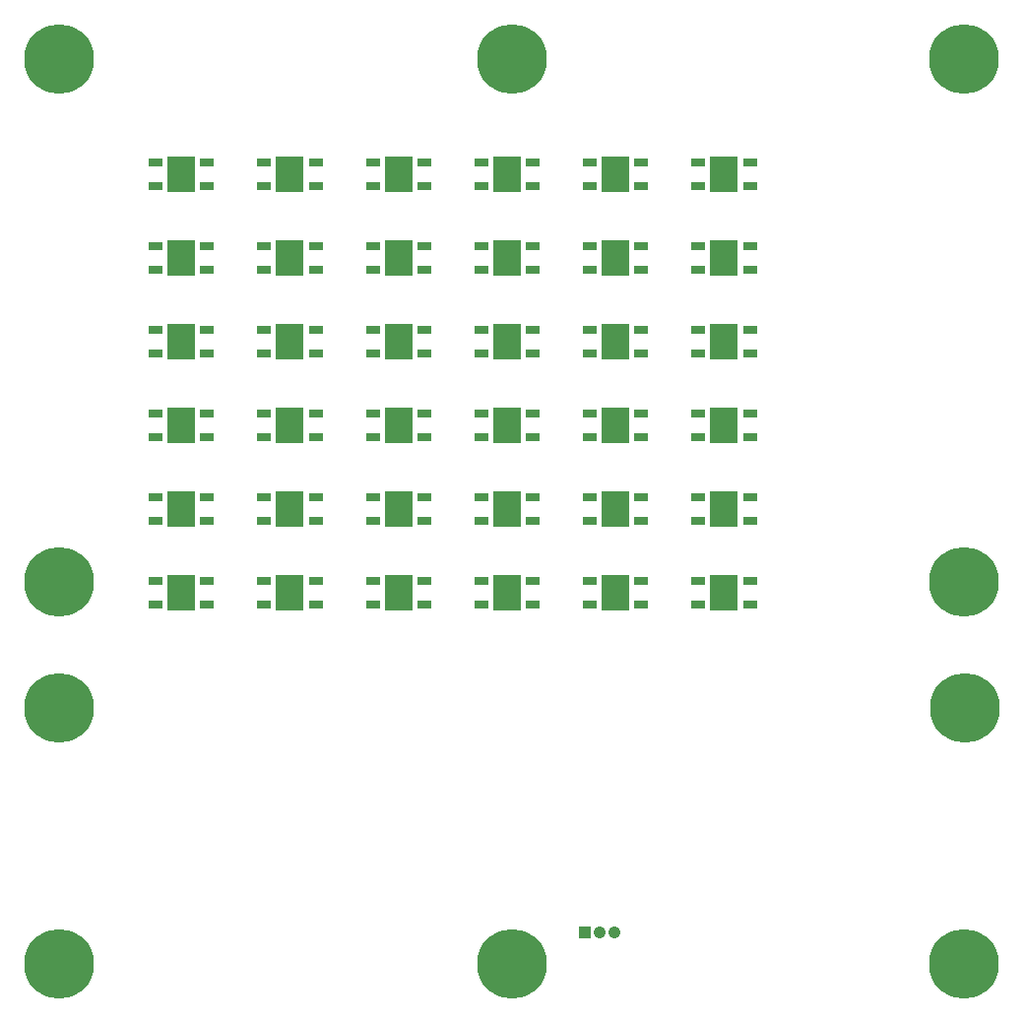
<source format=gbr>
G04*
G04 #@! TF.GenerationSoftware,Altium Limited,Altium Designer,24.1.2 (44)*
G04*
G04 Layer_Color=255*
%FSLAX44Y44*%
%MOMM*%
G71*
G04*
G04 #@! TF.SameCoordinates,F88D99D9-D94F-4082-AD48-053AE485F1D2*
G04*
G04*
G04 #@! TF.FilePolarity,Positive*
G04*
G01*
G75*
%ADD65C,0.8000*%
%ADD66C,6.0000*%
%ADD67R,1.0500X1.0500*%
%ADD68C,1.0500*%
%ADD72R,1.1938X0.7620*%
%ADD73R,2.4892X3.0988*%
D65*
X446120Y27252D02*
D03*
X416252Y14880D02*
D03*
X403880Y44748D02*
D03*
X433748Y57120D02*
D03*
X446120Y44748D02*
D03*
X433748Y14880D02*
D03*
X403880Y27252D02*
D03*
X416252Y57120D02*
D03*
X446120Y805252D02*
D03*
X416252Y792880D02*
D03*
X403880Y822748D02*
D03*
X433748Y835120D02*
D03*
X446120Y822748D02*
D03*
X433748Y792880D02*
D03*
X403880Y805252D02*
D03*
X416252Y835120D02*
D03*
X27252D02*
D03*
X14880Y805252D02*
D03*
X44748Y792880D02*
D03*
X57120Y822748D02*
D03*
X44748Y835120D02*
D03*
X14880Y822748D02*
D03*
X27252Y792880D02*
D03*
X57120Y805252D02*
D03*
X27252Y277120D02*
D03*
X14880Y247252D02*
D03*
X44748Y234880D02*
D03*
X57120Y264748D02*
D03*
X44748Y277120D02*
D03*
X14880Y264748D02*
D03*
X27252Y234880D02*
D03*
X57120Y247252D02*
D03*
X27252Y385120D02*
D03*
X14880Y355252D02*
D03*
X44748Y342880D02*
D03*
X57120Y372748D02*
D03*
X44748Y385120D02*
D03*
X14880Y372748D02*
D03*
X27252Y342880D02*
D03*
X57120Y355252D02*
D03*
X805729Y277120D02*
D03*
X793357Y247252D02*
D03*
X823225Y234880D02*
D03*
X835597Y264748D02*
D03*
X823225Y277120D02*
D03*
X793357Y264748D02*
D03*
X805729Y234880D02*
D03*
X835597Y247252D02*
D03*
X805252Y385120D02*
D03*
X792880Y355252D02*
D03*
X822748Y342880D02*
D03*
X835120Y372748D02*
D03*
X822748Y385120D02*
D03*
X792880Y372748D02*
D03*
X805252Y342880D02*
D03*
X835120Y355252D02*
D03*
X805252Y57120D02*
D03*
X792880Y27252D02*
D03*
X822748Y14880D02*
D03*
X835120Y44748D02*
D03*
X822748Y57120D02*
D03*
X792880Y44748D02*
D03*
X805252Y14880D02*
D03*
X835120Y27252D02*
D03*
X805252Y835120D02*
D03*
X792880Y805252D02*
D03*
X822748Y792880D02*
D03*
X835120Y822748D02*
D03*
X822748Y835120D02*
D03*
X792880Y822748D02*
D03*
X805252Y792880D02*
D03*
X835120Y805252D02*
D03*
X27252Y57120D02*
D03*
X14880Y27252D02*
D03*
X44748Y14880D02*
D03*
X57120Y44748D02*
D03*
X44748Y57120D02*
D03*
X14880Y44748D02*
D03*
X27252Y14880D02*
D03*
X57120Y27252D02*
D03*
D66*
X425000Y36000D02*
D03*
Y814000D02*
D03*
X36000D02*
D03*
Y256000D02*
D03*
Y364000D02*
D03*
X814477Y256000D02*
D03*
X814000Y364000D02*
D03*
Y36000D02*
D03*
Y814000D02*
D03*
X36000Y36000D02*
D03*
D67*
X487680Y62820D02*
D03*
D68*
X500380D02*
D03*
X513080D02*
D03*
D72*
X163098Y705000D02*
D03*
X118902Y725000D02*
D03*
Y705000D02*
D03*
X163098Y725000D02*
D03*
Y653000D02*
D03*
X118902Y633000D02*
D03*
Y653000D02*
D03*
X163098Y633000D02*
D03*
X256438Y653000D02*
D03*
X212242Y633000D02*
D03*
Y653000D02*
D03*
X256438Y633000D02*
D03*
Y725000D02*
D03*
X212242Y705000D02*
D03*
Y725000D02*
D03*
X256438Y705000D02*
D03*
X349778Y653000D02*
D03*
X305582Y633000D02*
D03*
Y653000D02*
D03*
X349778Y633000D02*
D03*
Y705000D02*
D03*
X305582Y725000D02*
D03*
Y705000D02*
D03*
X349778Y725000D02*
D03*
X536458Y653000D02*
D03*
X492262Y633000D02*
D03*
Y653000D02*
D03*
X536458Y633000D02*
D03*
X443118D02*
D03*
X398922Y653000D02*
D03*
Y633000D02*
D03*
X443118Y653000D02*
D03*
Y725000D02*
D03*
X398922Y705000D02*
D03*
Y725000D02*
D03*
X443118Y705000D02*
D03*
X536458D02*
D03*
X492262Y725000D02*
D03*
Y705000D02*
D03*
X536458Y725000D02*
D03*
X629798Y705000D02*
D03*
X585602Y725000D02*
D03*
Y705000D02*
D03*
X629798Y725000D02*
D03*
Y653000D02*
D03*
X585602Y633000D02*
D03*
Y653000D02*
D03*
X629798Y633000D02*
D03*
Y581000D02*
D03*
X585602Y561000D02*
D03*
Y581000D02*
D03*
X629798Y561000D02*
D03*
X536458D02*
D03*
X492262Y581000D02*
D03*
Y561000D02*
D03*
X536458Y581000D02*
D03*
X443118D02*
D03*
X398922Y561000D02*
D03*
Y581000D02*
D03*
X443118Y561000D02*
D03*
X349778Y581000D02*
D03*
X305582Y561000D02*
D03*
Y581000D02*
D03*
X349778Y561000D02*
D03*
X256438Y581000D02*
D03*
X212242Y561000D02*
D03*
Y581000D02*
D03*
X256438Y561000D02*
D03*
X163098D02*
D03*
X118902Y581000D02*
D03*
Y561000D02*
D03*
X163098Y581000D02*
D03*
Y345000D02*
D03*
X118902Y365000D02*
D03*
Y345000D02*
D03*
X163098Y365000D02*
D03*
Y509000D02*
D03*
X118902Y489000D02*
D03*
Y509000D02*
D03*
X163098Y489000D02*
D03*
X256438Y509000D02*
D03*
X212242Y489000D02*
D03*
Y509000D02*
D03*
X256438Y489000D02*
D03*
X349778Y509000D02*
D03*
X305582Y489000D02*
D03*
Y509000D02*
D03*
X349778Y489000D02*
D03*
X256438Y365000D02*
D03*
X212242Y345000D02*
D03*
Y365000D02*
D03*
X256438Y345000D02*
D03*
X349778D02*
D03*
X305582Y365000D02*
D03*
Y345000D02*
D03*
X349778Y365000D02*
D03*
X443118Y345000D02*
D03*
X398922Y365000D02*
D03*
Y345000D02*
D03*
X443118Y365000D02*
D03*
X536458Y345000D02*
D03*
X492262Y365000D02*
D03*
Y345000D02*
D03*
X536458Y365000D02*
D03*
X629798D02*
D03*
X585602Y345000D02*
D03*
Y365000D02*
D03*
X629798Y345000D02*
D03*
X443118Y509000D02*
D03*
X398922Y489000D02*
D03*
Y509000D02*
D03*
X443118Y489000D02*
D03*
X536458Y509000D02*
D03*
X492262Y489000D02*
D03*
Y509000D02*
D03*
X536458Y489000D02*
D03*
X629798D02*
D03*
X585602Y509000D02*
D03*
Y489000D02*
D03*
X629798Y509000D02*
D03*
X163098Y437000D02*
D03*
X118902Y417000D02*
D03*
Y437000D02*
D03*
X163098Y417000D02*
D03*
X443118Y437000D02*
D03*
X398922Y417000D02*
D03*
Y437000D02*
D03*
X443118Y417000D02*
D03*
X536458Y437000D02*
D03*
X492262Y417000D02*
D03*
Y437000D02*
D03*
X536458Y417000D02*
D03*
X256438Y437000D02*
D03*
X212242Y417000D02*
D03*
Y437000D02*
D03*
X256438Y417000D02*
D03*
X349778Y437000D02*
D03*
X305582Y417000D02*
D03*
Y437000D02*
D03*
X349778Y417000D02*
D03*
X629798Y437000D02*
D03*
X585602Y417000D02*
D03*
Y437000D02*
D03*
X629798Y417000D02*
D03*
D73*
X141000Y715000D02*
D03*
Y643000D02*
D03*
X234340D02*
D03*
Y715000D02*
D03*
X327680Y643000D02*
D03*
Y715000D02*
D03*
X514360Y643000D02*
D03*
X421020D02*
D03*
Y715000D02*
D03*
X514360D02*
D03*
X607700D02*
D03*
Y643000D02*
D03*
Y571000D02*
D03*
X514360D02*
D03*
X421020D02*
D03*
X327680D02*
D03*
X234340D02*
D03*
X141000D02*
D03*
Y355000D02*
D03*
Y499000D02*
D03*
X234340D02*
D03*
X327680D02*
D03*
X234340Y355000D02*
D03*
X327680D02*
D03*
X421020D02*
D03*
X514360D02*
D03*
X607700D02*
D03*
X421020Y499000D02*
D03*
X514360D02*
D03*
X607700D02*
D03*
X141000Y427000D02*
D03*
X421020D02*
D03*
X514360D02*
D03*
X234340D02*
D03*
X327680D02*
D03*
X607700D02*
D03*
M02*

</source>
